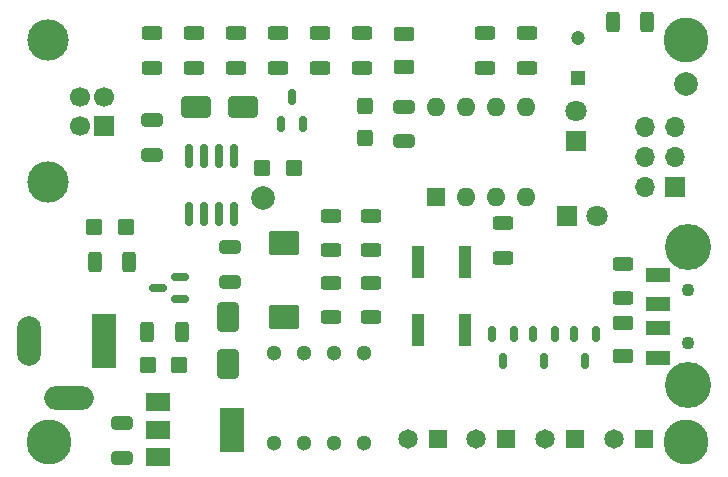
<source format=gbr>
%TF.GenerationSoftware,KiCad,Pcbnew,7.0.5*%
%TF.CreationDate,2023-11-16T23:15:32+01:00*%
%TF.ProjectId,STGSv0.2,53544753-7630-42e3-922e-6b696361645f,rev?*%
%TF.SameCoordinates,Original*%
%TF.FileFunction,Soldermask,Top*%
%TF.FilePolarity,Negative*%
%FSLAX46Y46*%
G04 Gerber Fmt 4.6, Leading zero omitted, Abs format (unit mm)*
G04 Created by KiCad (PCBNEW 7.0.5) date 2023-11-16 23:15:32*
%MOMM*%
%LPD*%
G01*
G04 APERTURE LIST*
G04 Aperture macros list*
%AMRoundRect*
0 Rectangle with rounded corners*
0 $1 Rounding radius*
0 $2 $3 $4 $5 $6 $7 $8 $9 X,Y pos of 4 corners*
0 Add a 4 corners polygon primitive as box body*
4,1,4,$2,$3,$4,$5,$6,$7,$8,$9,$2,$3,0*
0 Add four circle primitives for the rounded corners*
1,1,$1+$1,$2,$3*
1,1,$1+$1,$4,$5*
1,1,$1+$1,$6,$7*
1,1,$1+$1,$8,$9*
0 Add four rect primitives between the rounded corners*
20,1,$1+$1,$2,$3,$4,$5,0*
20,1,$1+$1,$4,$5,$6,$7,0*
20,1,$1+$1,$6,$7,$8,$9,0*
20,1,$1+$1,$8,$9,$2,$3,0*%
G04 Aperture macros list end*
%ADD10RoundRect,0.250000X1.025000X-0.787500X1.025000X0.787500X-1.025000X0.787500X-1.025000X-0.787500X0*%
%ADD11RoundRect,0.250000X0.650000X-0.325000X0.650000X0.325000X-0.650000X0.325000X-0.650000X-0.325000X0*%
%ADD12R,1.800000X1.800000*%
%ADD13C,1.800000*%
%ADD14RoundRect,0.250000X-0.625000X0.312500X-0.625000X-0.312500X0.625000X-0.312500X0.625000X0.312500X0*%
%ADD15C,1.650000*%
%ADD16R,1.650000X1.650000*%
%ADD17R,2.000000X1.500000*%
%ADD18R,2.000000X3.800000*%
%ADD19RoundRect,0.150000X-0.150000X0.512500X-0.150000X-0.512500X0.150000X-0.512500X0.150000X0.512500X0*%
%ADD20RoundRect,0.250000X0.625000X-0.312500X0.625000X0.312500X-0.625000X0.312500X-0.625000X-0.312500X0*%
%ADD21R,1.600000X1.600000*%
%ADD22O,1.600000X1.600000*%
%ADD23R,1.000000X2.750000*%
%ADD24RoundRect,0.150000X0.150000X-0.512500X0.150000X0.512500X-0.150000X0.512500X-0.150000X-0.512500X0*%
%ADD25RoundRect,0.150000X0.150000X-0.825000X0.150000X0.825000X-0.150000X0.825000X-0.150000X-0.825000X0*%
%ADD26RoundRect,0.250000X0.312500X0.625000X-0.312500X0.625000X-0.312500X-0.625000X0.312500X-0.625000X0*%
%ADD27R,1.700000X1.700000*%
%ADD28C,1.700000*%
%ADD29C,3.500000*%
%ADD30C,2.600000*%
%ADD31C,3.800000*%
%ADD32RoundRect,0.250000X-0.450000X-0.425000X0.450000X-0.425000X0.450000X0.425000X-0.450000X0.425000X0*%
%ADD33C,1.100000*%
%ADD34R,2.000000X1.200000*%
%ADD35C,3.900000*%
%ADD36C,2.000000*%
%ADD37RoundRect,0.250000X0.625000X-0.375000X0.625000X0.375000X-0.625000X0.375000X-0.625000X-0.375000X0*%
%ADD38RoundRect,0.250000X0.450000X0.425000X-0.450000X0.425000X-0.450000X-0.425000X0.450000X-0.425000X0*%
%ADD39RoundRect,0.102000X0.500000X-0.500000X0.500000X0.500000X-0.500000X0.500000X-0.500000X-0.500000X0*%
%ADD40C,1.204000*%
%ADD41RoundRect,0.150000X0.587500X0.150000X-0.587500X0.150000X-0.587500X-0.150000X0.587500X-0.150000X0*%
%ADD42R,2.000000X4.600000*%
%ADD43O,2.000000X4.200000*%
%ADD44O,4.200000X2.000000*%
%ADD45C,1.300000*%
%ADD46RoundRect,0.250000X-0.650000X0.325000X-0.650000X-0.325000X0.650000X-0.325000X0.650000X0.325000X0*%
%ADD47O,1.700000X1.700000*%
%ADD48RoundRect,0.250000X1.000000X0.650000X-1.000000X0.650000X-1.000000X-0.650000X1.000000X-0.650000X0*%
%ADD49RoundRect,0.250000X-0.650000X1.000000X-0.650000X-1.000000X0.650000X-1.000000X0.650000X1.000000X0*%
%ADD50RoundRect,0.250000X-0.425000X0.450000X-0.425000X-0.450000X0.425000X-0.450000X0.425000X0.450000X0*%
G04 APERTURE END LIST*
D10*
%TO.C,C9*%
X48895000Y-117412500D03*
X48895000Y-111187500D03*
%TD*%
D11*
%TO.C,C7*%
X35255200Y-129338600D03*
X35255200Y-126388600D03*
%TD*%
D12*
%TO.C,D2*%
X73685400Y-102570200D03*
D13*
X73685400Y-100030200D03*
%TD*%
D14*
%TO.C,R7*%
X65913000Y-93393800D03*
X65913000Y-96318800D03*
%TD*%
D15*
%TO.C,J6*%
X76911200Y-127762000D03*
D16*
X79451200Y-127762000D03*
%TD*%
D11*
%TO.C,C8*%
X44323000Y-114505000D03*
X44323000Y-111555000D03*
%TD*%
D17*
%TO.C,U2*%
X38248200Y-124674600D03*
X38248200Y-126974600D03*
D18*
X44548200Y-126974600D03*
D17*
X38248200Y-129274600D03*
%TD*%
D19*
%TO.C,Q4*%
X71907400Y-118897400D03*
X70007400Y-118897400D03*
X70957400Y-121172400D03*
%TD*%
D20*
%TO.C,R6*%
X55499000Y-96318800D03*
X55499000Y-93393800D03*
%TD*%
D21*
%TO.C,U1*%
X61808200Y-107254200D03*
D22*
X64348200Y-107254200D03*
X66888200Y-107254200D03*
X69428200Y-107254200D03*
X69428200Y-99634200D03*
X66888200Y-99634200D03*
X64348200Y-99634200D03*
X61808200Y-99634200D03*
%TD*%
D23*
%TO.C,SW1*%
X60280798Y-118572001D03*
X60280798Y-112821999D03*
X64280800Y-118572001D03*
X64280800Y-112821999D03*
%TD*%
D24*
%TO.C,Q2*%
X48646000Y-101079300D03*
X50546000Y-101079300D03*
X49596000Y-98804300D03*
%TD*%
D25*
%TO.C,U3*%
X40868600Y-108761300D03*
X42138600Y-108761300D03*
X43408600Y-108761300D03*
X44678600Y-108761300D03*
X44678600Y-103811300D03*
X43408600Y-103811300D03*
X42138600Y-103811300D03*
X40868600Y-103811300D03*
%TD*%
D26*
%TO.C,R10*%
X79694500Y-92456000D03*
X76769500Y-92456000D03*
%TD*%
D11*
%TO.C,C1*%
X37719000Y-103695500D03*
X37719000Y-100745500D03*
%TD*%
D27*
%TO.C,J1*%
X33699200Y-101280600D03*
D28*
X33699200Y-98780600D03*
X31699200Y-98780600D03*
X31699200Y-101280600D03*
D29*
X28989200Y-106050600D03*
X28989200Y-94010600D03*
%TD*%
D14*
%TO.C,R18*%
X77622400Y-112939100D03*
X77622400Y-115864100D03*
%TD*%
D20*
%TO.C,R17*%
X67437000Y-112409700D03*
X67437000Y-109484700D03*
%TD*%
D30*
%TO.C,H1*%
X29000000Y-128000000D03*
D31*
X29000000Y-128000000D03*
%TD*%
D30*
%TO.C,H2*%
X83000000Y-128000000D03*
D31*
X83000000Y-128000000D03*
%TD*%
D14*
%TO.C,R14*%
X56335400Y-108858600D03*
X56335400Y-111783600D03*
%TD*%
D32*
%TO.C,C5*%
X32874500Y-109855000D03*
X35574500Y-109855000D03*
%TD*%
D15*
%TO.C,J7*%
X71069200Y-127762000D03*
D16*
X73609200Y-127762000D03*
%TD*%
D30*
%TO.C,H3*%
X83000000Y-94000000D03*
D31*
X83000000Y-94000000D03*
%TD*%
D20*
%TO.C,R4*%
X48387000Y-96318800D03*
X48387000Y-93393800D03*
%TD*%
D33*
%TO.C,J8*%
X83162400Y-119623400D03*
X83162400Y-115123400D03*
D34*
X80562400Y-113873400D03*
X80562400Y-116373400D03*
X80562400Y-118373400D03*
X80562400Y-120873400D03*
D35*
X83162400Y-111523400D03*
X83162400Y-123223400D03*
%TD*%
D26*
%TO.C,R11*%
X35814000Y-112776000D03*
X32889000Y-112776000D03*
%TD*%
D36*
%TO.C,TP1*%
X47142400Y-107391200D03*
%TD*%
D37*
%TO.C,D5*%
X77622400Y-120754600D03*
X77622400Y-117954600D03*
%TD*%
%TO.C,D1*%
X59055000Y-96256300D03*
X59055000Y-93456300D03*
%TD*%
D38*
%TO.C,C6*%
X40081200Y-121513600D03*
X37381200Y-121513600D03*
%TD*%
D19*
%TO.C,Q5*%
X75351600Y-118885500D03*
X73451600Y-118885500D03*
X74401600Y-121160500D03*
%TD*%
D39*
%TO.C,R9*%
X73787000Y-97180400D03*
D40*
X73787000Y-93776800D03*
%TD*%
D20*
%TO.C,R3*%
X44831000Y-96318800D03*
X44831000Y-93393800D03*
%TD*%
D14*
%TO.C,R1*%
X37719000Y-93393800D03*
X37719000Y-96318800D03*
%TD*%
D41*
%TO.C,Q1*%
X40132000Y-115946000D03*
X40132000Y-114046000D03*
X38257000Y-114996000D03*
%TD*%
D19*
%TO.C,Q3*%
X68437800Y-118902900D03*
X66537800Y-118902900D03*
X67487800Y-121177900D03*
%TD*%
D26*
%TO.C,R12*%
X40273700Y-118719600D03*
X37348700Y-118719600D03*
%TD*%
D20*
%TO.C,R8*%
X69469000Y-96318800D03*
X69469000Y-93393800D03*
%TD*%
%TO.C,R5*%
X51943000Y-96318800D03*
X51943000Y-93393800D03*
%TD*%
D14*
%TO.C,R13*%
X52906400Y-108858600D03*
X52906400Y-111783600D03*
%TD*%
D42*
%TO.C,J2*%
X33655000Y-119507000D03*
D43*
X27355000Y-119507000D03*
D44*
X30755000Y-124307000D03*
%TD*%
D32*
%TO.C,C2*%
X47062400Y-104813100D03*
X49762400Y-104813100D03*
%TD*%
D45*
%TO.C,S1*%
X48056800Y-128066800D03*
X50596800Y-128066800D03*
X53136800Y-128066800D03*
X55676800Y-128066800D03*
X55676800Y-120446800D03*
X53136800Y-120446800D03*
X50596800Y-120446800D03*
X48056800Y-120446800D03*
%TD*%
D36*
%TO.C,TP2*%
X82931000Y-97688400D03*
%TD*%
D14*
%TO.C,R16*%
X56337200Y-114539300D03*
X56337200Y-117464300D03*
%TD*%
D46*
%TO.C,C4*%
X59070400Y-99627000D03*
X59070400Y-102577000D03*
%TD*%
D47*
%TO.C,J3*%
X79522400Y-101346000D03*
X82062400Y-101346000D03*
X79522400Y-103886000D03*
X82062400Y-103886000D03*
X79522400Y-106426000D03*
D27*
X82062400Y-106426000D03*
%TD*%
D12*
%TO.C,D3*%
X72923400Y-108864400D03*
D13*
X75463400Y-108864400D03*
%TD*%
D15*
%TO.C,J5*%
X65227200Y-127762000D03*
D16*
X67767200Y-127762000D03*
%TD*%
D15*
%TO.C,J4*%
X59410600Y-127762000D03*
D16*
X61950600Y-127762000D03*
%TD*%
D14*
%TO.C,R2*%
X41275000Y-93393800D03*
X41275000Y-96318800D03*
%TD*%
D48*
%TO.C,D6*%
X45466000Y-99656900D03*
X41466000Y-99656900D03*
%TD*%
D14*
%TO.C,R15*%
X52908200Y-114539300D03*
X52908200Y-117464300D03*
%TD*%
D49*
%TO.C,D4*%
X44196000Y-117432600D03*
X44196000Y-121432600D03*
%TD*%
D50*
%TO.C,C3*%
X55768400Y-99616100D03*
X55768400Y-102316100D03*
%TD*%
M02*

</source>
